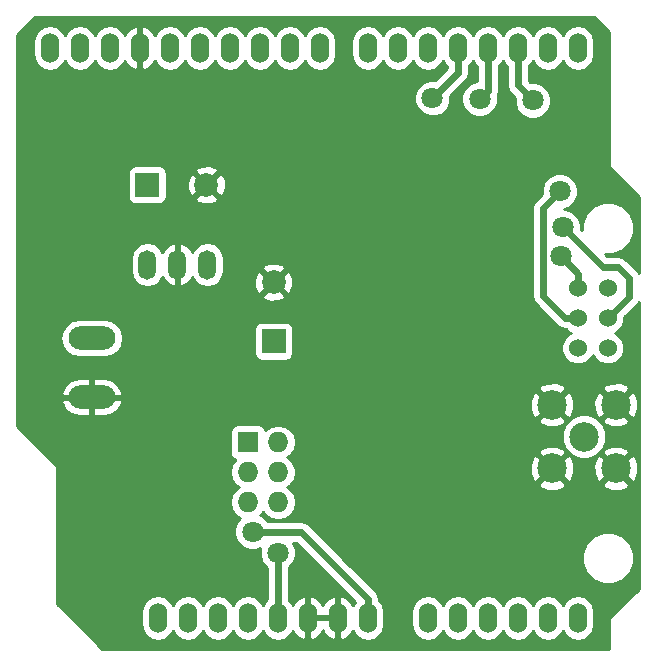
<source format=gtl>
G04 #@! TF.FileFunction,Copper,L1,Top,Signal*
%FSLAX46Y46*%
G04 Gerber Fmt 4.6, Leading zero omitted, Abs format (unit mm)*
G04 Created by KiCad (PCBNEW 4.0.2-4+6225~38~ubuntu15.10.1-stable) date vie 19 feb 2016 01:19:40 CLT*
%MOMM*%
G01*
G04 APERTURE LIST*
%ADD10C,0.150000*%
%ADD11O,1.524000X2.540000*%
%ADD12C,1.524000*%
%ADD13O,3.962400X1.981200*%
%ADD14C,2.500000*%
%ADD15O,1.501140X2.499360*%
%ADD16R,1.727200X1.727200*%
%ADD17O,1.727200X1.727200*%
%ADD18R,2.000000X2.000000*%
%ADD19C,2.000000*%
%ADD20C,1.800000*%
%ADD21C,0.600000*%
%ADD22C,0.254000*%
G04 APERTURE END LIST*
D10*
D11*
X82080100Y-82092800D03*
X79540100Y-82092800D03*
X77000100Y-82092800D03*
X69380100Y-82092800D03*
X71920100Y-82092800D03*
X74460100Y-82092800D03*
X64300100Y-82092800D03*
X61760100Y-82092800D03*
X59220100Y-82092800D03*
X54140100Y-82092800D03*
X51600100Y-82092800D03*
X82080100Y-33832800D03*
X79540100Y-33832800D03*
X77000100Y-33832800D03*
X74460100Y-33832800D03*
X71920100Y-33832800D03*
X69380100Y-33832800D03*
X66840100Y-33832800D03*
X64300100Y-33832800D03*
X60236100Y-33832800D03*
X57696100Y-33832800D03*
X55156100Y-33832800D03*
X52616100Y-33832800D03*
X50076100Y-33832800D03*
X47536100Y-33832800D03*
X44996100Y-33832800D03*
X42456100Y-33832800D03*
X56680100Y-82092800D03*
X39916100Y-33832800D03*
X37376100Y-33832800D03*
X49060100Y-82092800D03*
X46520100Y-82092800D03*
D12*
X82080100Y-54152800D03*
X84620100Y-54152800D03*
X82080100Y-56692800D03*
X84620100Y-56692800D03*
X82080100Y-59232800D03*
X84620100Y-59232800D03*
D13*
X40932100Y-63412500D03*
X40932100Y-58412500D03*
D14*
X85300800Y-69438500D03*
X85300800Y-64038500D03*
X79900800Y-69438500D03*
X79900800Y-64038500D03*
X82600800Y-66738500D03*
D15*
X48171100Y-52197000D03*
X45631100Y-52197000D03*
X50711100Y-52197000D03*
D16*
X54140100Y-67221100D03*
D17*
X56680100Y-67221100D03*
X54140100Y-69761100D03*
X56680100Y-69761100D03*
X54140100Y-72301100D03*
X56680100Y-72301100D03*
D18*
X45631100Y-45427900D03*
D19*
X50631100Y-45427900D03*
D18*
X56324500Y-58674000D03*
D19*
X56324500Y-53674000D03*
D20*
X78270100Y-38277800D03*
X69761100Y-38087300D03*
X80619600Y-51485800D03*
X80556100Y-45961300D03*
X80810100Y-49009300D03*
X73761600Y-38150800D03*
X54546500Y-74790300D03*
X56667400Y-76581000D03*
D21*
X77000100Y-37007800D02*
X77000100Y-33832800D01*
X78270100Y-38277800D02*
X77000100Y-37007800D01*
X71920100Y-35928300D02*
X71920100Y-33832800D01*
X69761100Y-38087300D02*
X71920100Y-35928300D01*
X82080100Y-52946300D02*
X82080100Y-54152800D01*
X80619600Y-51485800D02*
X82080100Y-52946300D01*
X81000600Y-56692800D02*
X82080100Y-56692800D01*
X79159100Y-54851300D02*
X81000600Y-56692800D01*
X79159100Y-47358300D02*
X79159100Y-54851300D01*
X80556100Y-45961300D02*
X79159100Y-47358300D01*
X86398100Y-54914800D02*
X84620100Y-56692800D01*
X86398100Y-53327300D02*
X86398100Y-54914800D01*
X85445600Y-52374800D02*
X86398100Y-53327300D01*
X84175600Y-52374800D02*
X85445600Y-52374800D01*
X80810100Y-49009300D02*
X84175600Y-52374800D01*
X84620100Y-56692800D02*
X84747100Y-56692800D01*
X74460100Y-37452300D02*
X74460100Y-33832800D01*
X73761600Y-38150800D02*
X74460100Y-37452300D01*
X64300100Y-80518000D02*
X64300100Y-82092800D01*
X58623200Y-74841100D02*
X64300100Y-80518000D01*
X54597300Y-74841100D02*
X58623200Y-74841100D01*
X54546500Y-74790300D02*
X54597300Y-74841100D01*
X56680100Y-76593700D02*
X56680100Y-82092800D01*
X56667400Y-76581000D02*
X56680100Y-76593700D01*
D22*
G36*
X84683600Y-32488406D02*
X84683600Y-43865800D01*
X84693606Y-43915210D01*
X84720797Y-43955603D01*
X87223600Y-46458406D01*
X87223600Y-52912130D01*
X87059245Y-52666155D01*
X86106745Y-51713655D01*
X85803409Y-51510973D01*
X85445600Y-51439800D01*
X84562890Y-51439800D01*
X84418214Y-51295124D01*
X85060243Y-51295685D01*
X85877400Y-50958042D01*
X86503145Y-50333389D01*
X86842213Y-49516822D01*
X86842985Y-48632657D01*
X86505342Y-47815500D01*
X85880689Y-47189755D01*
X85064122Y-46850687D01*
X84179957Y-46849915D01*
X83362800Y-47187558D01*
X82737055Y-47812211D01*
X82397987Y-48628778D01*
X82397423Y-49274333D01*
X82344915Y-49221825D01*
X82345365Y-48705309D01*
X82112168Y-48140929D01*
X81680743Y-47708749D01*
X81116770Y-47474567D01*
X80913758Y-47474390D01*
X81424471Y-47263368D01*
X81856651Y-46831943D01*
X82090833Y-46267970D01*
X82091365Y-45657309D01*
X81858168Y-45092929D01*
X81426743Y-44660749D01*
X80862770Y-44426567D01*
X80252109Y-44426035D01*
X79687729Y-44659232D01*
X79255549Y-45090657D01*
X79021367Y-45654630D01*
X79020914Y-46174196D01*
X78497955Y-46697155D01*
X78295273Y-47000491D01*
X78224100Y-47358300D01*
X78224100Y-54851300D01*
X78295273Y-55209109D01*
X78497955Y-55512445D01*
X80339455Y-57353945D01*
X80642791Y-57556627D01*
X81000600Y-57627800D01*
X81039535Y-57627800D01*
X81287730Y-57876429D01*
X81495612Y-57962749D01*
X81289797Y-58047790D01*
X80896471Y-58440430D01*
X80683343Y-58953700D01*
X80682858Y-59509461D01*
X80895090Y-60023103D01*
X81287730Y-60416429D01*
X81801000Y-60629557D01*
X82356761Y-60630042D01*
X82870403Y-60417810D01*
X83263729Y-60025170D01*
X83350049Y-59817288D01*
X83435090Y-60023103D01*
X83827730Y-60416429D01*
X84341000Y-60629557D01*
X84896761Y-60630042D01*
X85410403Y-60417810D01*
X85803729Y-60025170D01*
X86016857Y-59511900D01*
X86017342Y-58956139D01*
X85805110Y-58442497D01*
X85412470Y-58049171D01*
X85204588Y-57962851D01*
X85410403Y-57877810D01*
X85803729Y-57485170D01*
X86016857Y-56971900D01*
X86017166Y-56618024D01*
X87059245Y-55575945D01*
X87223600Y-55329970D01*
X87223600Y-79627194D01*
X84720797Y-82129997D01*
X84692934Y-82172011D01*
X84683600Y-82219800D01*
X84683600Y-84696300D01*
X41784806Y-84696300D01*
X38635985Y-81547479D01*
X45123100Y-81547479D01*
X45123100Y-82638121D01*
X45229440Y-83172730D01*
X45532272Y-83625949D01*
X45985491Y-83928781D01*
X46520100Y-84035121D01*
X47054709Y-83928781D01*
X47507928Y-83625949D01*
X47790100Y-83203650D01*
X48072272Y-83625949D01*
X48525491Y-83928781D01*
X49060100Y-84035121D01*
X49594709Y-83928781D01*
X50047928Y-83625949D01*
X50330100Y-83203650D01*
X50612272Y-83625949D01*
X51065491Y-83928781D01*
X51600100Y-84035121D01*
X52134709Y-83928781D01*
X52587928Y-83625949D01*
X52870100Y-83203650D01*
X53152272Y-83625949D01*
X53605491Y-83928781D01*
X54140100Y-84035121D01*
X54674709Y-83928781D01*
X55127928Y-83625949D01*
X55410100Y-83203650D01*
X55692272Y-83625949D01*
X56145491Y-83928781D01*
X56680100Y-84035121D01*
X57214709Y-83928781D01*
X57667928Y-83625949D01*
X57959430Y-83189687D01*
X57978041Y-83252741D01*
X58322074Y-83678430D01*
X58802823Y-83940060D01*
X58877030Y-83955020D01*
X59093100Y-83832520D01*
X59093100Y-82219800D01*
X59347100Y-82219800D01*
X59347100Y-83832520D01*
X59563170Y-83955020D01*
X59637377Y-83940060D01*
X60118126Y-83678430D01*
X60462159Y-83252741D01*
X60490100Y-83158077D01*
X60518041Y-83252741D01*
X60862074Y-83678430D01*
X61342823Y-83940060D01*
X61417030Y-83955020D01*
X61633100Y-83832520D01*
X61633100Y-82219800D01*
X59347100Y-82219800D01*
X59093100Y-82219800D01*
X59073100Y-82219800D01*
X59073100Y-81965800D01*
X59093100Y-81965800D01*
X59093100Y-80353080D01*
X59347100Y-80353080D01*
X59347100Y-81965800D01*
X61633100Y-81965800D01*
X61633100Y-80353080D01*
X61417030Y-80230580D01*
X61342823Y-80245540D01*
X60862074Y-80507170D01*
X60518041Y-80932859D01*
X60490100Y-81027523D01*
X60462159Y-80932859D01*
X60118126Y-80507170D01*
X59637377Y-80245540D01*
X59563170Y-80230580D01*
X59347100Y-80353080D01*
X59093100Y-80353080D01*
X58877030Y-80230580D01*
X58802823Y-80245540D01*
X58322074Y-80507170D01*
X57978041Y-80932859D01*
X57959430Y-80995913D01*
X57667928Y-80559651D01*
X57615100Y-80524352D01*
X57615100Y-77803878D01*
X57967951Y-77451643D01*
X58202133Y-76887670D01*
X58202665Y-76277009D01*
X57995694Y-75776100D01*
X58235910Y-75776100D01*
X63194988Y-80735178D01*
X63020770Y-80995913D01*
X63002159Y-80932859D01*
X62658126Y-80507170D01*
X62177377Y-80245540D01*
X62103170Y-80230580D01*
X61887100Y-80353080D01*
X61887100Y-81965800D01*
X61907100Y-81965800D01*
X61907100Y-82219800D01*
X61887100Y-82219800D01*
X61887100Y-83832520D01*
X62103170Y-83955020D01*
X62177377Y-83940060D01*
X62658126Y-83678430D01*
X63002159Y-83252741D01*
X63020770Y-83189687D01*
X63312272Y-83625949D01*
X63765491Y-83928781D01*
X64300100Y-84035121D01*
X64834709Y-83928781D01*
X65287928Y-83625949D01*
X65590760Y-83172730D01*
X65697100Y-82638121D01*
X65697100Y-81547479D01*
X67983100Y-81547479D01*
X67983100Y-82638121D01*
X68089440Y-83172730D01*
X68392272Y-83625949D01*
X68845491Y-83928781D01*
X69380100Y-84035121D01*
X69914709Y-83928781D01*
X70367928Y-83625949D01*
X70650100Y-83203650D01*
X70932272Y-83625949D01*
X71385491Y-83928781D01*
X71920100Y-84035121D01*
X72454709Y-83928781D01*
X72907928Y-83625949D01*
X73190100Y-83203650D01*
X73472272Y-83625949D01*
X73925491Y-83928781D01*
X74460100Y-84035121D01*
X74994709Y-83928781D01*
X75447928Y-83625949D01*
X75730100Y-83203650D01*
X76012272Y-83625949D01*
X76465491Y-83928781D01*
X77000100Y-84035121D01*
X77534709Y-83928781D01*
X77987928Y-83625949D01*
X78270100Y-83203650D01*
X78552272Y-83625949D01*
X79005491Y-83928781D01*
X79540100Y-84035121D01*
X80074709Y-83928781D01*
X80527928Y-83625949D01*
X80810100Y-83203650D01*
X81092272Y-83625949D01*
X81545491Y-83928781D01*
X82080100Y-84035121D01*
X82614709Y-83928781D01*
X83067928Y-83625949D01*
X83370760Y-83172730D01*
X83477100Y-82638121D01*
X83477100Y-81547479D01*
X83370760Y-81012870D01*
X83067928Y-80559651D01*
X82614709Y-80256819D01*
X82080100Y-80150479D01*
X81545491Y-80256819D01*
X81092272Y-80559651D01*
X80810100Y-80981950D01*
X80527928Y-80559651D01*
X80074709Y-80256819D01*
X79540100Y-80150479D01*
X79005491Y-80256819D01*
X78552272Y-80559651D01*
X78270100Y-80981950D01*
X77987928Y-80559651D01*
X77534709Y-80256819D01*
X77000100Y-80150479D01*
X76465491Y-80256819D01*
X76012272Y-80559651D01*
X75730100Y-80981950D01*
X75447928Y-80559651D01*
X74994709Y-80256819D01*
X74460100Y-80150479D01*
X73925491Y-80256819D01*
X73472272Y-80559651D01*
X73190100Y-80981950D01*
X72907928Y-80559651D01*
X72454709Y-80256819D01*
X71920100Y-80150479D01*
X71385491Y-80256819D01*
X70932272Y-80559651D01*
X70650100Y-80981950D01*
X70367928Y-80559651D01*
X69914709Y-80256819D01*
X69380100Y-80150479D01*
X68845491Y-80256819D01*
X68392272Y-80559651D01*
X68089440Y-81012870D01*
X67983100Y-81547479D01*
X65697100Y-81547479D01*
X65590760Y-81012870D01*
X65287928Y-80559651D01*
X65235100Y-80524352D01*
X65235100Y-80518000D01*
X65163927Y-80160191D01*
X64961245Y-79856855D01*
X62557333Y-77452943D01*
X82397215Y-77452943D01*
X82734858Y-78270100D01*
X83359511Y-78895845D01*
X84176078Y-79234913D01*
X85060243Y-79235685D01*
X85877400Y-78898042D01*
X86503145Y-78273389D01*
X86842213Y-77456822D01*
X86842985Y-76572657D01*
X86505342Y-75755500D01*
X85880689Y-75129755D01*
X85064122Y-74790687D01*
X84179957Y-74789915D01*
X83362800Y-75127558D01*
X82737055Y-75752211D01*
X82397987Y-76568778D01*
X82397215Y-77452943D01*
X62557333Y-77452943D01*
X59284345Y-74179955D01*
X58981009Y-73977273D01*
X58623200Y-73906100D01*
X55832767Y-73906100D01*
X55417143Y-73489749D01*
X55182140Y-73392167D01*
X55229129Y-73360770D01*
X55410100Y-73089928D01*
X55591071Y-73360770D01*
X56077252Y-73685626D01*
X56650741Y-73799700D01*
X56709459Y-73799700D01*
X57282948Y-73685626D01*
X57769129Y-73360770D01*
X58093985Y-72874589D01*
X58208059Y-72301100D01*
X58093985Y-71727611D01*
X57769129Y-71241430D01*
X57454348Y-71031100D01*
X57769129Y-70820770D01*
X57801836Y-70771820D01*
X78747085Y-70771820D01*
X78876333Y-71064623D01*
X79576606Y-71332888D01*
X80326235Y-71312750D01*
X80925267Y-71064623D01*
X81054515Y-70771820D01*
X84147085Y-70771820D01*
X84276333Y-71064623D01*
X84976606Y-71332888D01*
X85726235Y-71312750D01*
X86325267Y-71064623D01*
X86454515Y-70771820D01*
X85300800Y-69618105D01*
X84147085Y-70771820D01*
X81054515Y-70771820D01*
X79900800Y-69618105D01*
X78747085Y-70771820D01*
X57801836Y-70771820D01*
X58093985Y-70334589D01*
X58208059Y-69761100D01*
X58093985Y-69187611D01*
X58045005Y-69114306D01*
X78006412Y-69114306D01*
X78026550Y-69863935D01*
X78274677Y-70462967D01*
X78567480Y-70592215D01*
X79721195Y-69438500D01*
X80080405Y-69438500D01*
X81234120Y-70592215D01*
X81526923Y-70462967D01*
X81795188Y-69762694D01*
X81777770Y-69114306D01*
X83406412Y-69114306D01*
X83426550Y-69863935D01*
X83674677Y-70462967D01*
X83967480Y-70592215D01*
X85121195Y-69438500D01*
X85480405Y-69438500D01*
X86634120Y-70592215D01*
X86926923Y-70462967D01*
X87195188Y-69762694D01*
X87175050Y-69013065D01*
X86926923Y-68414033D01*
X86634120Y-68284785D01*
X85480405Y-69438500D01*
X85121195Y-69438500D01*
X83967480Y-68284785D01*
X83674677Y-68414033D01*
X83406412Y-69114306D01*
X81777770Y-69114306D01*
X81775050Y-69013065D01*
X81526923Y-68414033D01*
X81234120Y-68284785D01*
X80080405Y-69438500D01*
X79721195Y-69438500D01*
X78567480Y-68284785D01*
X78274677Y-68414033D01*
X78006412Y-69114306D01*
X58045005Y-69114306D01*
X57769129Y-68701430D01*
X57454348Y-68491100D01*
X57769129Y-68280770D01*
X57886454Y-68105180D01*
X78747085Y-68105180D01*
X79900800Y-69258895D01*
X81054515Y-68105180D01*
X80925267Y-67812377D01*
X80224994Y-67544112D01*
X79475365Y-67564250D01*
X78876333Y-67812377D01*
X78747085Y-68105180D01*
X57886454Y-68105180D01*
X58093985Y-67794589D01*
X58208059Y-67221100D01*
X58186319Y-67111805D01*
X80715474Y-67111805D01*
X81001843Y-67804872D01*
X81531639Y-68335593D01*
X82224205Y-68623172D01*
X82974105Y-68623826D01*
X83667172Y-68337457D01*
X83899854Y-68105180D01*
X84147085Y-68105180D01*
X85300800Y-69258895D01*
X86454515Y-68105180D01*
X86325267Y-67812377D01*
X85624994Y-67544112D01*
X84875365Y-67564250D01*
X84276333Y-67812377D01*
X84147085Y-68105180D01*
X83899854Y-68105180D01*
X84197893Y-67807661D01*
X84485472Y-67115095D01*
X84486126Y-66365195D01*
X84199757Y-65672128D01*
X83899973Y-65371820D01*
X84147085Y-65371820D01*
X84276333Y-65664623D01*
X84976606Y-65932888D01*
X85726235Y-65912750D01*
X86325267Y-65664623D01*
X86454515Y-65371820D01*
X85300800Y-64218105D01*
X84147085Y-65371820D01*
X83899973Y-65371820D01*
X83669961Y-65141407D01*
X82977395Y-64853828D01*
X82227495Y-64853174D01*
X81534428Y-65139543D01*
X81003707Y-65669339D01*
X80716128Y-66361905D01*
X80715474Y-67111805D01*
X58186319Y-67111805D01*
X58093985Y-66647611D01*
X57769129Y-66161430D01*
X57282948Y-65836574D01*
X56709459Y-65722500D01*
X56650741Y-65722500D01*
X56077252Y-65836574D01*
X55611658Y-66147674D01*
X55606862Y-66122183D01*
X55467790Y-65906059D01*
X55255590Y-65761069D01*
X55003700Y-65710060D01*
X53276500Y-65710060D01*
X53041183Y-65754338D01*
X52825059Y-65893410D01*
X52680069Y-66105610D01*
X52629060Y-66357500D01*
X52629060Y-68084700D01*
X52673338Y-68320017D01*
X52812410Y-68536141D01*
X53024610Y-68681131D01*
X53068231Y-68689964D01*
X53051071Y-68701430D01*
X52726215Y-69187611D01*
X52612141Y-69761100D01*
X52726215Y-70334589D01*
X53051071Y-70820770D01*
X53365852Y-71031100D01*
X53051071Y-71241430D01*
X52726215Y-71727611D01*
X52612141Y-72301100D01*
X52726215Y-72874589D01*
X53051071Y-73360770D01*
X53503189Y-73662866D01*
X53245949Y-73919657D01*
X53011767Y-74483630D01*
X53011235Y-75094291D01*
X53244432Y-75658671D01*
X53675857Y-76090851D01*
X54239830Y-76325033D01*
X54850491Y-76325565D01*
X55165427Y-76195436D01*
X55132667Y-76274330D01*
X55132135Y-76884991D01*
X55365332Y-77449371D01*
X55745100Y-77829804D01*
X55745100Y-80524352D01*
X55692272Y-80559651D01*
X55410100Y-80981950D01*
X55127928Y-80559651D01*
X54674709Y-80256819D01*
X54140100Y-80150479D01*
X53605491Y-80256819D01*
X53152272Y-80559651D01*
X52870100Y-80981950D01*
X52587928Y-80559651D01*
X52134709Y-80256819D01*
X51600100Y-80150479D01*
X51065491Y-80256819D01*
X50612272Y-80559651D01*
X50330100Y-80981950D01*
X50047928Y-80559651D01*
X49594709Y-80256819D01*
X49060100Y-80150479D01*
X48525491Y-80256819D01*
X48072272Y-80559651D01*
X47790100Y-80981950D01*
X47507928Y-80559651D01*
X47054709Y-80256819D01*
X46520100Y-80150479D01*
X45985491Y-80256819D01*
X45532272Y-80559651D01*
X45229440Y-81012870D01*
X45123100Y-81547479D01*
X38635985Y-81547479D01*
X38023800Y-80935294D01*
X38023800Y-69342000D01*
X38013794Y-69292590D01*
X37986603Y-69252197D01*
X37813152Y-69078746D01*
X37809668Y-69073532D01*
X34607500Y-65871364D01*
X34607500Y-65371820D01*
X78747085Y-65371820D01*
X78876333Y-65664623D01*
X79576606Y-65932888D01*
X80326235Y-65912750D01*
X80925267Y-65664623D01*
X81054515Y-65371820D01*
X79900800Y-64218105D01*
X78747085Y-65371820D01*
X34607500Y-65371820D01*
X34607500Y-63791459D01*
X38360689Y-63791459D01*
X38391040Y-63917257D01*
X38702224Y-64472170D01*
X39202077Y-64865758D01*
X39814500Y-65038100D01*
X40805100Y-65038100D01*
X40805100Y-63539500D01*
X41059100Y-63539500D01*
X41059100Y-65038100D01*
X42049700Y-65038100D01*
X42662123Y-64865758D01*
X43161976Y-64472170D01*
X43473160Y-63917257D01*
X43503511Y-63791459D01*
X43466929Y-63714306D01*
X78006412Y-63714306D01*
X78026550Y-64463935D01*
X78274677Y-65062967D01*
X78567480Y-65192215D01*
X79721195Y-64038500D01*
X80080405Y-64038500D01*
X81234120Y-65192215D01*
X81526923Y-65062967D01*
X81795188Y-64362694D01*
X81777770Y-63714306D01*
X83406412Y-63714306D01*
X83426550Y-64463935D01*
X83674677Y-65062967D01*
X83967480Y-65192215D01*
X85121195Y-64038500D01*
X85480405Y-64038500D01*
X86634120Y-65192215D01*
X86926923Y-65062967D01*
X87195188Y-64362694D01*
X87175050Y-63613065D01*
X86926923Y-63014033D01*
X86634120Y-62884785D01*
X85480405Y-64038500D01*
X85121195Y-64038500D01*
X83967480Y-62884785D01*
X83674677Y-63014033D01*
X83406412Y-63714306D01*
X81777770Y-63714306D01*
X81775050Y-63613065D01*
X81526923Y-63014033D01*
X81234120Y-62884785D01*
X80080405Y-64038500D01*
X79721195Y-64038500D01*
X78567480Y-62884785D01*
X78274677Y-63014033D01*
X78006412Y-63714306D01*
X43466929Y-63714306D01*
X43384042Y-63539500D01*
X41059100Y-63539500D01*
X40805100Y-63539500D01*
X38480158Y-63539500D01*
X38360689Y-63791459D01*
X34607500Y-63791459D01*
X34607500Y-63033541D01*
X38360689Y-63033541D01*
X38480158Y-63285500D01*
X40805100Y-63285500D01*
X40805100Y-61786900D01*
X41059100Y-61786900D01*
X41059100Y-63285500D01*
X43384042Y-63285500D01*
X43503511Y-63033541D01*
X43473160Y-62907743D01*
X43359567Y-62705180D01*
X78747085Y-62705180D01*
X79900800Y-63858895D01*
X81054515Y-62705180D01*
X84147085Y-62705180D01*
X85300800Y-63858895D01*
X86454515Y-62705180D01*
X86325267Y-62412377D01*
X85624994Y-62144112D01*
X84875365Y-62164250D01*
X84276333Y-62412377D01*
X84147085Y-62705180D01*
X81054515Y-62705180D01*
X80925267Y-62412377D01*
X80224994Y-62144112D01*
X79475365Y-62164250D01*
X78876333Y-62412377D01*
X78747085Y-62705180D01*
X43359567Y-62705180D01*
X43161976Y-62352830D01*
X42662123Y-61959242D01*
X42049700Y-61786900D01*
X41059100Y-61786900D01*
X40805100Y-61786900D01*
X39814500Y-61786900D01*
X39202077Y-61959242D01*
X38702224Y-62352830D01*
X38391040Y-62907743D01*
X38360689Y-63033541D01*
X34607500Y-63033541D01*
X34607500Y-58412500D01*
X38264646Y-58412500D01*
X38388387Y-59034590D01*
X38740773Y-59561973D01*
X39268156Y-59914359D01*
X39890246Y-60038100D01*
X41973954Y-60038100D01*
X42596044Y-59914359D01*
X43123427Y-59561973D01*
X43475813Y-59034590D01*
X43599554Y-58412500D01*
X43475813Y-57790410D01*
X43398031Y-57674000D01*
X54677060Y-57674000D01*
X54677060Y-59674000D01*
X54721338Y-59909317D01*
X54860410Y-60125441D01*
X55072610Y-60270431D01*
X55324500Y-60321440D01*
X57324500Y-60321440D01*
X57559817Y-60277162D01*
X57775941Y-60138090D01*
X57920931Y-59925890D01*
X57971940Y-59674000D01*
X57971940Y-57674000D01*
X57927662Y-57438683D01*
X57788590Y-57222559D01*
X57576390Y-57077569D01*
X57324500Y-57026560D01*
X55324500Y-57026560D01*
X55089183Y-57070838D01*
X54873059Y-57209910D01*
X54728069Y-57422110D01*
X54677060Y-57674000D01*
X43398031Y-57674000D01*
X43123427Y-57263027D01*
X42596044Y-56910641D01*
X41973954Y-56786900D01*
X39890246Y-56786900D01*
X39268156Y-56910641D01*
X38740773Y-57263027D01*
X38388387Y-57790410D01*
X38264646Y-58412500D01*
X34607500Y-58412500D01*
X34607500Y-54826532D01*
X55351573Y-54826532D01*
X55450236Y-55093387D01*
X56059961Y-55319908D01*
X56709960Y-55295856D01*
X57198764Y-55093387D01*
X57297427Y-54826532D01*
X56324500Y-53853605D01*
X55351573Y-54826532D01*
X34607500Y-54826532D01*
X34607500Y-51660967D01*
X44245530Y-51660967D01*
X44245530Y-52733033D01*
X44351000Y-53263268D01*
X44651354Y-53712779D01*
X45100865Y-54013133D01*
X45631100Y-54118603D01*
X46161335Y-54013133D01*
X46610846Y-53712779D01*
X46911200Y-53263268D01*
X46913050Y-53253968D01*
X46939601Y-53343677D01*
X47281156Y-53765658D01*
X47758197Y-54024810D01*
X47829825Y-54038993D01*
X48044100Y-53916339D01*
X48044100Y-52324000D01*
X48024100Y-52324000D01*
X48024100Y-52070000D01*
X48044100Y-52070000D01*
X48044100Y-50477661D01*
X48298100Y-50477661D01*
X48298100Y-52070000D01*
X48318100Y-52070000D01*
X48318100Y-52324000D01*
X48298100Y-52324000D01*
X48298100Y-53916339D01*
X48512375Y-54038993D01*
X48584003Y-54024810D01*
X49061044Y-53765658D01*
X49402599Y-53343677D01*
X49429150Y-53253968D01*
X49431000Y-53263268D01*
X49731354Y-53712779D01*
X50180865Y-54013133D01*
X50711100Y-54118603D01*
X51241335Y-54013133D01*
X51690846Y-53712779D01*
X51893516Y-53409461D01*
X54678592Y-53409461D01*
X54702644Y-54059460D01*
X54905113Y-54548264D01*
X55171968Y-54646927D01*
X56144895Y-53674000D01*
X56504105Y-53674000D01*
X57477032Y-54646927D01*
X57743887Y-54548264D01*
X57970408Y-53938539D01*
X57946356Y-53288540D01*
X57743887Y-52799736D01*
X57477032Y-52701073D01*
X56504105Y-53674000D01*
X56144895Y-53674000D01*
X55171968Y-52701073D01*
X54905113Y-52799736D01*
X54678592Y-53409461D01*
X51893516Y-53409461D01*
X51991200Y-53263268D01*
X52096670Y-52733033D01*
X52096670Y-52521468D01*
X55351573Y-52521468D01*
X56324500Y-53494395D01*
X57297427Y-52521468D01*
X57198764Y-52254613D01*
X56589039Y-52028092D01*
X55939040Y-52052144D01*
X55450236Y-52254613D01*
X55351573Y-52521468D01*
X52096670Y-52521468D01*
X52096670Y-51660967D01*
X51991200Y-51130732D01*
X51690846Y-50681221D01*
X51241335Y-50380867D01*
X50711100Y-50275397D01*
X50180865Y-50380867D01*
X49731354Y-50681221D01*
X49431000Y-51130732D01*
X49429150Y-51140032D01*
X49402599Y-51050323D01*
X49061044Y-50628342D01*
X48584003Y-50369190D01*
X48512375Y-50355007D01*
X48298100Y-50477661D01*
X48044100Y-50477661D01*
X47829825Y-50355007D01*
X47758197Y-50369190D01*
X47281156Y-50628342D01*
X46939601Y-51050323D01*
X46913050Y-51140032D01*
X46911200Y-51130732D01*
X46610846Y-50681221D01*
X46161335Y-50380867D01*
X45631100Y-50275397D01*
X45100865Y-50380867D01*
X44651354Y-50681221D01*
X44351000Y-51130732D01*
X44245530Y-51660967D01*
X34607500Y-51660967D01*
X34607500Y-44427900D01*
X43983660Y-44427900D01*
X43983660Y-46427900D01*
X44027938Y-46663217D01*
X44167010Y-46879341D01*
X44379210Y-47024331D01*
X44631100Y-47075340D01*
X46631100Y-47075340D01*
X46866417Y-47031062D01*
X47082541Y-46891990D01*
X47227531Y-46679790D01*
X47247651Y-46580432D01*
X49658173Y-46580432D01*
X49756836Y-46847287D01*
X50366561Y-47073808D01*
X51016560Y-47049756D01*
X51505364Y-46847287D01*
X51604027Y-46580432D01*
X50631100Y-45607505D01*
X49658173Y-46580432D01*
X47247651Y-46580432D01*
X47278540Y-46427900D01*
X47278540Y-45163361D01*
X48985192Y-45163361D01*
X49009244Y-45813360D01*
X49211713Y-46302164D01*
X49478568Y-46400827D01*
X50451495Y-45427900D01*
X50810705Y-45427900D01*
X51783632Y-46400827D01*
X52050487Y-46302164D01*
X52277008Y-45692439D01*
X52252956Y-45042440D01*
X52050487Y-44553636D01*
X51783632Y-44454973D01*
X50810705Y-45427900D01*
X50451495Y-45427900D01*
X49478568Y-44454973D01*
X49211713Y-44553636D01*
X48985192Y-45163361D01*
X47278540Y-45163361D01*
X47278540Y-44427900D01*
X47249840Y-44275368D01*
X49658173Y-44275368D01*
X50631100Y-45248295D01*
X51604027Y-44275368D01*
X51505364Y-44008513D01*
X50895639Y-43781992D01*
X50245640Y-43806044D01*
X49756836Y-44008513D01*
X49658173Y-44275368D01*
X47249840Y-44275368D01*
X47234262Y-44192583D01*
X47095190Y-43976459D01*
X46882990Y-43831469D01*
X46631100Y-43780460D01*
X44631100Y-43780460D01*
X44395783Y-43824738D01*
X44179659Y-43963810D01*
X44034669Y-44176010D01*
X43983660Y-44427900D01*
X34607500Y-44427900D01*
X34607500Y-33287479D01*
X35979100Y-33287479D01*
X35979100Y-34378121D01*
X36085440Y-34912730D01*
X36388272Y-35365949D01*
X36841491Y-35668781D01*
X37376100Y-35775121D01*
X37910709Y-35668781D01*
X38363928Y-35365949D01*
X38646100Y-34943650D01*
X38928272Y-35365949D01*
X39381491Y-35668781D01*
X39916100Y-35775121D01*
X40450709Y-35668781D01*
X40903928Y-35365949D01*
X41186100Y-34943650D01*
X41468272Y-35365949D01*
X41921491Y-35668781D01*
X42456100Y-35775121D01*
X42990709Y-35668781D01*
X43443928Y-35365949D01*
X43735430Y-34929687D01*
X43754041Y-34992741D01*
X44098074Y-35418430D01*
X44578823Y-35680060D01*
X44653030Y-35695020D01*
X44869100Y-35572520D01*
X44869100Y-33959800D01*
X44849100Y-33959800D01*
X44849100Y-33705800D01*
X44869100Y-33705800D01*
X44869100Y-32093080D01*
X45123100Y-32093080D01*
X45123100Y-33705800D01*
X45143100Y-33705800D01*
X45143100Y-33959800D01*
X45123100Y-33959800D01*
X45123100Y-35572520D01*
X45339170Y-35695020D01*
X45413377Y-35680060D01*
X45894126Y-35418430D01*
X46238159Y-34992741D01*
X46256770Y-34929687D01*
X46548272Y-35365949D01*
X47001491Y-35668781D01*
X47536100Y-35775121D01*
X48070709Y-35668781D01*
X48523928Y-35365949D01*
X48806100Y-34943650D01*
X49088272Y-35365949D01*
X49541491Y-35668781D01*
X50076100Y-35775121D01*
X50610709Y-35668781D01*
X51063928Y-35365949D01*
X51346100Y-34943650D01*
X51628272Y-35365949D01*
X52081491Y-35668781D01*
X52616100Y-35775121D01*
X53150709Y-35668781D01*
X53603928Y-35365949D01*
X53886100Y-34943650D01*
X54168272Y-35365949D01*
X54621491Y-35668781D01*
X55156100Y-35775121D01*
X55690709Y-35668781D01*
X56143928Y-35365949D01*
X56426100Y-34943650D01*
X56708272Y-35365949D01*
X57161491Y-35668781D01*
X57696100Y-35775121D01*
X58230709Y-35668781D01*
X58683928Y-35365949D01*
X58966100Y-34943650D01*
X59248272Y-35365949D01*
X59701491Y-35668781D01*
X60236100Y-35775121D01*
X60770709Y-35668781D01*
X61223928Y-35365949D01*
X61526760Y-34912730D01*
X61633100Y-34378121D01*
X61633100Y-33287479D01*
X62903100Y-33287479D01*
X62903100Y-34378121D01*
X63009440Y-34912730D01*
X63312272Y-35365949D01*
X63765491Y-35668781D01*
X64300100Y-35775121D01*
X64834709Y-35668781D01*
X65287928Y-35365949D01*
X65570100Y-34943650D01*
X65852272Y-35365949D01*
X66305491Y-35668781D01*
X66840100Y-35775121D01*
X67374709Y-35668781D01*
X67827928Y-35365949D01*
X68110100Y-34943650D01*
X68392272Y-35365949D01*
X68845491Y-35668781D01*
X69380100Y-35775121D01*
X69914709Y-35668781D01*
X70367928Y-35365949D01*
X70650100Y-34943650D01*
X70932272Y-35365949D01*
X70985100Y-35401248D01*
X70985100Y-35541010D01*
X69973625Y-36552485D01*
X69457109Y-36552035D01*
X68892729Y-36785232D01*
X68460549Y-37216657D01*
X68226367Y-37780630D01*
X68225835Y-38391291D01*
X68459032Y-38955671D01*
X68890457Y-39387851D01*
X69454430Y-39622033D01*
X70065091Y-39622565D01*
X70629471Y-39389368D01*
X71061651Y-38957943D01*
X71295833Y-38393970D01*
X71296286Y-37874404D01*
X72581245Y-36589445D01*
X72783927Y-36286109D01*
X72855100Y-35928300D01*
X72855100Y-35401248D01*
X72907928Y-35365949D01*
X73190100Y-34943650D01*
X73472272Y-35365949D01*
X73525100Y-35401248D01*
X73525100Y-36615594D01*
X73457609Y-36615535D01*
X72893229Y-36848732D01*
X72461049Y-37280157D01*
X72226867Y-37844130D01*
X72226335Y-38454791D01*
X72459532Y-39019171D01*
X72890957Y-39451351D01*
X73454930Y-39685533D01*
X74065591Y-39686065D01*
X74629971Y-39452868D01*
X75062151Y-39021443D01*
X75296333Y-38457470D01*
X75296862Y-37850615D01*
X75323927Y-37810109D01*
X75395100Y-37452300D01*
X75395100Y-35401248D01*
X75447928Y-35365949D01*
X75730100Y-34943650D01*
X76012272Y-35365949D01*
X76065100Y-35401248D01*
X76065100Y-37007800D01*
X76136273Y-37365609D01*
X76338955Y-37668945D01*
X76735285Y-38065275D01*
X76734835Y-38581791D01*
X76968032Y-39146171D01*
X77399457Y-39578351D01*
X77963430Y-39812533D01*
X78574091Y-39813065D01*
X79138471Y-39579868D01*
X79570651Y-39148443D01*
X79804833Y-38584470D01*
X79805365Y-37973809D01*
X79572168Y-37409429D01*
X79140743Y-36977249D01*
X78576770Y-36743067D01*
X78057204Y-36742614D01*
X77935100Y-36620510D01*
X77935100Y-35401248D01*
X77987928Y-35365949D01*
X78270100Y-34943650D01*
X78552272Y-35365949D01*
X79005491Y-35668781D01*
X79540100Y-35775121D01*
X80074709Y-35668781D01*
X80527928Y-35365949D01*
X80810100Y-34943650D01*
X81092272Y-35365949D01*
X81545491Y-35668781D01*
X82080100Y-35775121D01*
X82614709Y-35668781D01*
X83067928Y-35365949D01*
X83370760Y-34912730D01*
X83477100Y-34378121D01*
X83477100Y-33287479D01*
X83370760Y-32752870D01*
X83067928Y-32299651D01*
X82614709Y-31996819D01*
X82080100Y-31890479D01*
X81545491Y-31996819D01*
X81092272Y-32299651D01*
X80810100Y-32721950D01*
X80527928Y-32299651D01*
X80074709Y-31996819D01*
X79540100Y-31890479D01*
X79005491Y-31996819D01*
X78552272Y-32299651D01*
X78270100Y-32721950D01*
X77987928Y-32299651D01*
X77534709Y-31996819D01*
X77000100Y-31890479D01*
X76465491Y-31996819D01*
X76012272Y-32299651D01*
X75730100Y-32721950D01*
X75447928Y-32299651D01*
X74994709Y-31996819D01*
X74460100Y-31890479D01*
X73925491Y-31996819D01*
X73472272Y-32299651D01*
X73190100Y-32721950D01*
X72907928Y-32299651D01*
X72454709Y-31996819D01*
X71920100Y-31890479D01*
X71385491Y-31996819D01*
X70932272Y-32299651D01*
X70650100Y-32721950D01*
X70367928Y-32299651D01*
X69914709Y-31996819D01*
X69380100Y-31890479D01*
X68845491Y-31996819D01*
X68392272Y-32299651D01*
X68110100Y-32721950D01*
X67827928Y-32299651D01*
X67374709Y-31996819D01*
X66840100Y-31890479D01*
X66305491Y-31996819D01*
X65852272Y-32299651D01*
X65570100Y-32721950D01*
X65287928Y-32299651D01*
X64834709Y-31996819D01*
X64300100Y-31890479D01*
X63765491Y-31996819D01*
X63312272Y-32299651D01*
X63009440Y-32752870D01*
X62903100Y-33287479D01*
X61633100Y-33287479D01*
X61526760Y-32752870D01*
X61223928Y-32299651D01*
X60770709Y-31996819D01*
X60236100Y-31890479D01*
X59701491Y-31996819D01*
X59248272Y-32299651D01*
X58966100Y-32721950D01*
X58683928Y-32299651D01*
X58230709Y-31996819D01*
X57696100Y-31890479D01*
X57161491Y-31996819D01*
X56708272Y-32299651D01*
X56426100Y-32721950D01*
X56143928Y-32299651D01*
X55690709Y-31996819D01*
X55156100Y-31890479D01*
X54621491Y-31996819D01*
X54168272Y-32299651D01*
X53886100Y-32721950D01*
X53603928Y-32299651D01*
X53150709Y-31996819D01*
X52616100Y-31890479D01*
X52081491Y-31996819D01*
X51628272Y-32299651D01*
X51346100Y-32721950D01*
X51063928Y-32299651D01*
X50610709Y-31996819D01*
X50076100Y-31890479D01*
X49541491Y-31996819D01*
X49088272Y-32299651D01*
X48806100Y-32721950D01*
X48523928Y-32299651D01*
X48070709Y-31996819D01*
X47536100Y-31890479D01*
X47001491Y-31996819D01*
X46548272Y-32299651D01*
X46256770Y-32735913D01*
X46238159Y-32672859D01*
X45894126Y-32247170D01*
X45413377Y-31985540D01*
X45339170Y-31970580D01*
X45123100Y-32093080D01*
X44869100Y-32093080D01*
X44653030Y-31970580D01*
X44578823Y-31985540D01*
X44098074Y-32247170D01*
X43754041Y-32672859D01*
X43735430Y-32735913D01*
X43443928Y-32299651D01*
X42990709Y-31996819D01*
X42456100Y-31890479D01*
X41921491Y-31996819D01*
X41468272Y-32299651D01*
X41186100Y-32721950D01*
X40903928Y-32299651D01*
X40450709Y-31996819D01*
X39916100Y-31890479D01*
X39381491Y-31996819D01*
X38928272Y-32299651D01*
X38646100Y-32721950D01*
X38363928Y-32299651D01*
X37910709Y-31996819D01*
X37376100Y-31890479D01*
X36841491Y-31996819D01*
X36388272Y-32299651D01*
X36085440Y-32752870D01*
X35979100Y-33287479D01*
X34607500Y-33287479D01*
X34607500Y-32755106D01*
X36133306Y-31229300D01*
X83424494Y-31229300D01*
X84683600Y-32488406D01*
X84683600Y-32488406D01*
G37*
X84683600Y-32488406D02*
X84683600Y-43865800D01*
X84693606Y-43915210D01*
X84720797Y-43955603D01*
X87223600Y-46458406D01*
X87223600Y-52912130D01*
X87059245Y-52666155D01*
X86106745Y-51713655D01*
X85803409Y-51510973D01*
X85445600Y-51439800D01*
X84562890Y-51439800D01*
X84418214Y-51295124D01*
X85060243Y-51295685D01*
X85877400Y-50958042D01*
X86503145Y-50333389D01*
X86842213Y-49516822D01*
X86842985Y-48632657D01*
X86505342Y-47815500D01*
X85880689Y-47189755D01*
X85064122Y-46850687D01*
X84179957Y-46849915D01*
X83362800Y-47187558D01*
X82737055Y-47812211D01*
X82397987Y-48628778D01*
X82397423Y-49274333D01*
X82344915Y-49221825D01*
X82345365Y-48705309D01*
X82112168Y-48140929D01*
X81680743Y-47708749D01*
X81116770Y-47474567D01*
X80913758Y-47474390D01*
X81424471Y-47263368D01*
X81856651Y-46831943D01*
X82090833Y-46267970D01*
X82091365Y-45657309D01*
X81858168Y-45092929D01*
X81426743Y-44660749D01*
X80862770Y-44426567D01*
X80252109Y-44426035D01*
X79687729Y-44659232D01*
X79255549Y-45090657D01*
X79021367Y-45654630D01*
X79020914Y-46174196D01*
X78497955Y-46697155D01*
X78295273Y-47000491D01*
X78224100Y-47358300D01*
X78224100Y-54851300D01*
X78295273Y-55209109D01*
X78497955Y-55512445D01*
X80339455Y-57353945D01*
X80642791Y-57556627D01*
X81000600Y-57627800D01*
X81039535Y-57627800D01*
X81287730Y-57876429D01*
X81495612Y-57962749D01*
X81289797Y-58047790D01*
X80896471Y-58440430D01*
X80683343Y-58953700D01*
X80682858Y-59509461D01*
X80895090Y-60023103D01*
X81287730Y-60416429D01*
X81801000Y-60629557D01*
X82356761Y-60630042D01*
X82870403Y-60417810D01*
X83263729Y-60025170D01*
X83350049Y-59817288D01*
X83435090Y-60023103D01*
X83827730Y-60416429D01*
X84341000Y-60629557D01*
X84896761Y-60630042D01*
X85410403Y-60417810D01*
X85803729Y-60025170D01*
X86016857Y-59511900D01*
X86017342Y-58956139D01*
X85805110Y-58442497D01*
X85412470Y-58049171D01*
X85204588Y-57962851D01*
X85410403Y-57877810D01*
X85803729Y-57485170D01*
X86016857Y-56971900D01*
X86017166Y-56618024D01*
X87059245Y-55575945D01*
X87223600Y-55329970D01*
X87223600Y-79627194D01*
X84720797Y-82129997D01*
X84692934Y-82172011D01*
X84683600Y-82219800D01*
X84683600Y-84696300D01*
X41784806Y-84696300D01*
X38635985Y-81547479D01*
X45123100Y-81547479D01*
X45123100Y-82638121D01*
X45229440Y-83172730D01*
X45532272Y-83625949D01*
X45985491Y-83928781D01*
X46520100Y-84035121D01*
X47054709Y-83928781D01*
X47507928Y-83625949D01*
X47790100Y-83203650D01*
X48072272Y-83625949D01*
X48525491Y-83928781D01*
X49060100Y-84035121D01*
X49594709Y-83928781D01*
X50047928Y-83625949D01*
X50330100Y-83203650D01*
X50612272Y-83625949D01*
X51065491Y-83928781D01*
X51600100Y-84035121D01*
X52134709Y-83928781D01*
X52587928Y-83625949D01*
X52870100Y-83203650D01*
X53152272Y-83625949D01*
X53605491Y-83928781D01*
X54140100Y-84035121D01*
X54674709Y-83928781D01*
X55127928Y-83625949D01*
X55410100Y-83203650D01*
X55692272Y-83625949D01*
X56145491Y-83928781D01*
X56680100Y-84035121D01*
X57214709Y-83928781D01*
X57667928Y-83625949D01*
X57959430Y-83189687D01*
X57978041Y-83252741D01*
X58322074Y-83678430D01*
X58802823Y-83940060D01*
X58877030Y-83955020D01*
X59093100Y-83832520D01*
X59093100Y-82219800D01*
X59347100Y-82219800D01*
X59347100Y-83832520D01*
X59563170Y-83955020D01*
X59637377Y-83940060D01*
X60118126Y-83678430D01*
X60462159Y-83252741D01*
X60490100Y-83158077D01*
X60518041Y-83252741D01*
X60862074Y-83678430D01*
X61342823Y-83940060D01*
X61417030Y-83955020D01*
X61633100Y-83832520D01*
X61633100Y-82219800D01*
X59347100Y-82219800D01*
X59093100Y-82219800D01*
X59073100Y-82219800D01*
X59073100Y-81965800D01*
X59093100Y-81965800D01*
X59093100Y-80353080D01*
X59347100Y-80353080D01*
X59347100Y-81965800D01*
X61633100Y-81965800D01*
X61633100Y-80353080D01*
X61417030Y-80230580D01*
X61342823Y-80245540D01*
X60862074Y-80507170D01*
X60518041Y-80932859D01*
X60490100Y-81027523D01*
X60462159Y-80932859D01*
X60118126Y-80507170D01*
X59637377Y-80245540D01*
X59563170Y-80230580D01*
X59347100Y-80353080D01*
X59093100Y-80353080D01*
X58877030Y-80230580D01*
X58802823Y-80245540D01*
X58322074Y-80507170D01*
X57978041Y-80932859D01*
X57959430Y-80995913D01*
X57667928Y-80559651D01*
X57615100Y-80524352D01*
X57615100Y-77803878D01*
X57967951Y-77451643D01*
X58202133Y-76887670D01*
X58202665Y-76277009D01*
X57995694Y-75776100D01*
X58235910Y-75776100D01*
X63194988Y-80735178D01*
X63020770Y-80995913D01*
X63002159Y-80932859D01*
X62658126Y-80507170D01*
X62177377Y-80245540D01*
X62103170Y-80230580D01*
X61887100Y-80353080D01*
X61887100Y-81965800D01*
X61907100Y-81965800D01*
X61907100Y-82219800D01*
X61887100Y-82219800D01*
X61887100Y-83832520D01*
X62103170Y-83955020D01*
X62177377Y-83940060D01*
X62658126Y-83678430D01*
X63002159Y-83252741D01*
X63020770Y-83189687D01*
X63312272Y-83625949D01*
X63765491Y-83928781D01*
X64300100Y-84035121D01*
X64834709Y-83928781D01*
X65287928Y-83625949D01*
X65590760Y-83172730D01*
X65697100Y-82638121D01*
X65697100Y-81547479D01*
X67983100Y-81547479D01*
X67983100Y-82638121D01*
X68089440Y-83172730D01*
X68392272Y-83625949D01*
X68845491Y-83928781D01*
X69380100Y-84035121D01*
X69914709Y-83928781D01*
X70367928Y-83625949D01*
X70650100Y-83203650D01*
X70932272Y-83625949D01*
X71385491Y-83928781D01*
X71920100Y-84035121D01*
X72454709Y-83928781D01*
X72907928Y-83625949D01*
X73190100Y-83203650D01*
X73472272Y-83625949D01*
X73925491Y-83928781D01*
X74460100Y-84035121D01*
X74994709Y-83928781D01*
X75447928Y-83625949D01*
X75730100Y-83203650D01*
X76012272Y-83625949D01*
X76465491Y-83928781D01*
X77000100Y-84035121D01*
X77534709Y-83928781D01*
X77987928Y-83625949D01*
X78270100Y-83203650D01*
X78552272Y-83625949D01*
X79005491Y-83928781D01*
X79540100Y-84035121D01*
X80074709Y-83928781D01*
X80527928Y-83625949D01*
X80810100Y-83203650D01*
X81092272Y-83625949D01*
X81545491Y-83928781D01*
X82080100Y-84035121D01*
X82614709Y-83928781D01*
X83067928Y-83625949D01*
X83370760Y-83172730D01*
X83477100Y-82638121D01*
X83477100Y-81547479D01*
X83370760Y-81012870D01*
X83067928Y-80559651D01*
X82614709Y-80256819D01*
X82080100Y-80150479D01*
X81545491Y-80256819D01*
X81092272Y-80559651D01*
X80810100Y-80981950D01*
X80527928Y-80559651D01*
X80074709Y-80256819D01*
X79540100Y-80150479D01*
X79005491Y-80256819D01*
X78552272Y-80559651D01*
X78270100Y-80981950D01*
X77987928Y-80559651D01*
X77534709Y-80256819D01*
X77000100Y-80150479D01*
X76465491Y-80256819D01*
X76012272Y-80559651D01*
X75730100Y-80981950D01*
X75447928Y-80559651D01*
X74994709Y-80256819D01*
X74460100Y-80150479D01*
X73925491Y-80256819D01*
X73472272Y-80559651D01*
X73190100Y-80981950D01*
X72907928Y-80559651D01*
X72454709Y-80256819D01*
X71920100Y-80150479D01*
X71385491Y-80256819D01*
X70932272Y-80559651D01*
X70650100Y-80981950D01*
X70367928Y-80559651D01*
X69914709Y-80256819D01*
X69380100Y-80150479D01*
X68845491Y-80256819D01*
X68392272Y-80559651D01*
X68089440Y-81012870D01*
X67983100Y-81547479D01*
X65697100Y-81547479D01*
X65590760Y-81012870D01*
X65287928Y-80559651D01*
X65235100Y-80524352D01*
X65235100Y-80518000D01*
X65163927Y-80160191D01*
X64961245Y-79856855D01*
X62557333Y-77452943D01*
X82397215Y-77452943D01*
X82734858Y-78270100D01*
X83359511Y-78895845D01*
X84176078Y-79234913D01*
X85060243Y-79235685D01*
X85877400Y-78898042D01*
X86503145Y-78273389D01*
X86842213Y-77456822D01*
X86842985Y-76572657D01*
X86505342Y-75755500D01*
X85880689Y-75129755D01*
X85064122Y-74790687D01*
X84179957Y-74789915D01*
X83362800Y-75127558D01*
X82737055Y-75752211D01*
X82397987Y-76568778D01*
X82397215Y-77452943D01*
X62557333Y-77452943D01*
X59284345Y-74179955D01*
X58981009Y-73977273D01*
X58623200Y-73906100D01*
X55832767Y-73906100D01*
X55417143Y-73489749D01*
X55182140Y-73392167D01*
X55229129Y-73360770D01*
X55410100Y-73089928D01*
X55591071Y-73360770D01*
X56077252Y-73685626D01*
X56650741Y-73799700D01*
X56709459Y-73799700D01*
X57282948Y-73685626D01*
X57769129Y-73360770D01*
X58093985Y-72874589D01*
X58208059Y-72301100D01*
X58093985Y-71727611D01*
X57769129Y-71241430D01*
X57454348Y-71031100D01*
X57769129Y-70820770D01*
X57801836Y-70771820D01*
X78747085Y-70771820D01*
X78876333Y-71064623D01*
X79576606Y-71332888D01*
X80326235Y-71312750D01*
X80925267Y-71064623D01*
X81054515Y-70771820D01*
X84147085Y-70771820D01*
X84276333Y-71064623D01*
X84976606Y-71332888D01*
X85726235Y-71312750D01*
X86325267Y-71064623D01*
X86454515Y-70771820D01*
X85300800Y-69618105D01*
X84147085Y-70771820D01*
X81054515Y-70771820D01*
X79900800Y-69618105D01*
X78747085Y-70771820D01*
X57801836Y-70771820D01*
X58093985Y-70334589D01*
X58208059Y-69761100D01*
X58093985Y-69187611D01*
X58045005Y-69114306D01*
X78006412Y-69114306D01*
X78026550Y-69863935D01*
X78274677Y-70462967D01*
X78567480Y-70592215D01*
X79721195Y-69438500D01*
X80080405Y-69438500D01*
X81234120Y-70592215D01*
X81526923Y-70462967D01*
X81795188Y-69762694D01*
X81777770Y-69114306D01*
X83406412Y-69114306D01*
X83426550Y-69863935D01*
X83674677Y-70462967D01*
X83967480Y-70592215D01*
X85121195Y-69438500D01*
X85480405Y-69438500D01*
X86634120Y-70592215D01*
X86926923Y-70462967D01*
X87195188Y-69762694D01*
X87175050Y-69013065D01*
X86926923Y-68414033D01*
X86634120Y-68284785D01*
X85480405Y-69438500D01*
X85121195Y-69438500D01*
X83967480Y-68284785D01*
X83674677Y-68414033D01*
X83406412Y-69114306D01*
X81777770Y-69114306D01*
X81775050Y-69013065D01*
X81526923Y-68414033D01*
X81234120Y-68284785D01*
X80080405Y-69438500D01*
X79721195Y-69438500D01*
X78567480Y-68284785D01*
X78274677Y-68414033D01*
X78006412Y-69114306D01*
X58045005Y-69114306D01*
X57769129Y-68701430D01*
X57454348Y-68491100D01*
X57769129Y-68280770D01*
X57886454Y-68105180D01*
X78747085Y-68105180D01*
X79900800Y-69258895D01*
X81054515Y-68105180D01*
X80925267Y-67812377D01*
X80224994Y-67544112D01*
X79475365Y-67564250D01*
X78876333Y-67812377D01*
X78747085Y-68105180D01*
X57886454Y-68105180D01*
X58093985Y-67794589D01*
X58208059Y-67221100D01*
X58186319Y-67111805D01*
X80715474Y-67111805D01*
X81001843Y-67804872D01*
X81531639Y-68335593D01*
X82224205Y-68623172D01*
X82974105Y-68623826D01*
X83667172Y-68337457D01*
X83899854Y-68105180D01*
X84147085Y-68105180D01*
X85300800Y-69258895D01*
X86454515Y-68105180D01*
X86325267Y-67812377D01*
X85624994Y-67544112D01*
X84875365Y-67564250D01*
X84276333Y-67812377D01*
X84147085Y-68105180D01*
X83899854Y-68105180D01*
X84197893Y-67807661D01*
X84485472Y-67115095D01*
X84486126Y-66365195D01*
X84199757Y-65672128D01*
X83899973Y-65371820D01*
X84147085Y-65371820D01*
X84276333Y-65664623D01*
X84976606Y-65932888D01*
X85726235Y-65912750D01*
X86325267Y-65664623D01*
X86454515Y-65371820D01*
X85300800Y-64218105D01*
X84147085Y-65371820D01*
X83899973Y-65371820D01*
X83669961Y-65141407D01*
X82977395Y-64853828D01*
X82227495Y-64853174D01*
X81534428Y-65139543D01*
X81003707Y-65669339D01*
X80716128Y-66361905D01*
X80715474Y-67111805D01*
X58186319Y-67111805D01*
X58093985Y-66647611D01*
X57769129Y-66161430D01*
X57282948Y-65836574D01*
X56709459Y-65722500D01*
X56650741Y-65722500D01*
X56077252Y-65836574D01*
X55611658Y-66147674D01*
X55606862Y-66122183D01*
X55467790Y-65906059D01*
X55255590Y-65761069D01*
X55003700Y-65710060D01*
X53276500Y-65710060D01*
X53041183Y-65754338D01*
X52825059Y-65893410D01*
X52680069Y-66105610D01*
X52629060Y-66357500D01*
X52629060Y-68084700D01*
X52673338Y-68320017D01*
X52812410Y-68536141D01*
X53024610Y-68681131D01*
X53068231Y-68689964D01*
X53051071Y-68701430D01*
X52726215Y-69187611D01*
X52612141Y-69761100D01*
X52726215Y-70334589D01*
X53051071Y-70820770D01*
X53365852Y-71031100D01*
X53051071Y-71241430D01*
X52726215Y-71727611D01*
X52612141Y-72301100D01*
X52726215Y-72874589D01*
X53051071Y-73360770D01*
X53503189Y-73662866D01*
X53245949Y-73919657D01*
X53011767Y-74483630D01*
X53011235Y-75094291D01*
X53244432Y-75658671D01*
X53675857Y-76090851D01*
X54239830Y-76325033D01*
X54850491Y-76325565D01*
X55165427Y-76195436D01*
X55132667Y-76274330D01*
X55132135Y-76884991D01*
X55365332Y-77449371D01*
X55745100Y-77829804D01*
X55745100Y-80524352D01*
X55692272Y-80559651D01*
X55410100Y-80981950D01*
X55127928Y-80559651D01*
X54674709Y-80256819D01*
X54140100Y-80150479D01*
X53605491Y-80256819D01*
X53152272Y-80559651D01*
X52870100Y-80981950D01*
X52587928Y-80559651D01*
X52134709Y-80256819D01*
X51600100Y-80150479D01*
X51065491Y-80256819D01*
X50612272Y-80559651D01*
X50330100Y-80981950D01*
X50047928Y-80559651D01*
X49594709Y-80256819D01*
X49060100Y-80150479D01*
X48525491Y-80256819D01*
X48072272Y-80559651D01*
X47790100Y-80981950D01*
X47507928Y-80559651D01*
X47054709Y-80256819D01*
X46520100Y-80150479D01*
X45985491Y-80256819D01*
X45532272Y-80559651D01*
X45229440Y-81012870D01*
X45123100Y-81547479D01*
X38635985Y-81547479D01*
X38023800Y-80935294D01*
X38023800Y-69342000D01*
X38013794Y-69292590D01*
X37986603Y-69252197D01*
X37813152Y-69078746D01*
X37809668Y-69073532D01*
X34607500Y-65871364D01*
X34607500Y-65371820D01*
X78747085Y-65371820D01*
X78876333Y-65664623D01*
X79576606Y-65932888D01*
X80326235Y-65912750D01*
X80925267Y-65664623D01*
X81054515Y-65371820D01*
X79900800Y-64218105D01*
X78747085Y-65371820D01*
X34607500Y-65371820D01*
X34607500Y-63791459D01*
X38360689Y-63791459D01*
X38391040Y-63917257D01*
X38702224Y-64472170D01*
X39202077Y-64865758D01*
X39814500Y-65038100D01*
X40805100Y-65038100D01*
X40805100Y-63539500D01*
X41059100Y-63539500D01*
X41059100Y-65038100D01*
X42049700Y-65038100D01*
X42662123Y-64865758D01*
X43161976Y-64472170D01*
X43473160Y-63917257D01*
X43503511Y-63791459D01*
X43466929Y-63714306D01*
X78006412Y-63714306D01*
X78026550Y-64463935D01*
X78274677Y-65062967D01*
X78567480Y-65192215D01*
X79721195Y-64038500D01*
X80080405Y-64038500D01*
X81234120Y-65192215D01*
X81526923Y-65062967D01*
X81795188Y-64362694D01*
X81777770Y-63714306D01*
X83406412Y-63714306D01*
X83426550Y-64463935D01*
X83674677Y-65062967D01*
X83967480Y-65192215D01*
X85121195Y-64038500D01*
X85480405Y-64038500D01*
X86634120Y-65192215D01*
X86926923Y-65062967D01*
X87195188Y-64362694D01*
X87175050Y-63613065D01*
X86926923Y-63014033D01*
X86634120Y-62884785D01*
X85480405Y-64038500D01*
X85121195Y-64038500D01*
X83967480Y-62884785D01*
X83674677Y-63014033D01*
X83406412Y-63714306D01*
X81777770Y-63714306D01*
X81775050Y-63613065D01*
X81526923Y-63014033D01*
X81234120Y-62884785D01*
X80080405Y-64038500D01*
X79721195Y-64038500D01*
X78567480Y-62884785D01*
X78274677Y-63014033D01*
X78006412Y-63714306D01*
X43466929Y-63714306D01*
X43384042Y-63539500D01*
X41059100Y-63539500D01*
X40805100Y-63539500D01*
X38480158Y-63539500D01*
X38360689Y-63791459D01*
X34607500Y-63791459D01*
X34607500Y-63033541D01*
X38360689Y-63033541D01*
X38480158Y-63285500D01*
X40805100Y-63285500D01*
X40805100Y-61786900D01*
X41059100Y-61786900D01*
X41059100Y-63285500D01*
X43384042Y-63285500D01*
X43503511Y-63033541D01*
X43473160Y-62907743D01*
X43359567Y-62705180D01*
X78747085Y-62705180D01*
X79900800Y-63858895D01*
X81054515Y-62705180D01*
X84147085Y-62705180D01*
X85300800Y-63858895D01*
X86454515Y-62705180D01*
X86325267Y-62412377D01*
X85624994Y-62144112D01*
X84875365Y-62164250D01*
X84276333Y-62412377D01*
X84147085Y-62705180D01*
X81054515Y-62705180D01*
X80925267Y-62412377D01*
X80224994Y-62144112D01*
X79475365Y-62164250D01*
X78876333Y-62412377D01*
X78747085Y-62705180D01*
X43359567Y-62705180D01*
X43161976Y-62352830D01*
X42662123Y-61959242D01*
X42049700Y-61786900D01*
X41059100Y-61786900D01*
X40805100Y-61786900D01*
X39814500Y-61786900D01*
X39202077Y-61959242D01*
X38702224Y-62352830D01*
X38391040Y-62907743D01*
X38360689Y-63033541D01*
X34607500Y-63033541D01*
X34607500Y-58412500D01*
X38264646Y-58412500D01*
X38388387Y-59034590D01*
X38740773Y-59561973D01*
X39268156Y-59914359D01*
X39890246Y-60038100D01*
X41973954Y-60038100D01*
X42596044Y-59914359D01*
X43123427Y-59561973D01*
X43475813Y-59034590D01*
X43599554Y-58412500D01*
X43475813Y-57790410D01*
X43398031Y-57674000D01*
X54677060Y-57674000D01*
X54677060Y-59674000D01*
X54721338Y-59909317D01*
X54860410Y-60125441D01*
X55072610Y-60270431D01*
X55324500Y-60321440D01*
X57324500Y-60321440D01*
X57559817Y-60277162D01*
X57775941Y-60138090D01*
X57920931Y-59925890D01*
X57971940Y-59674000D01*
X57971940Y-57674000D01*
X57927662Y-57438683D01*
X57788590Y-57222559D01*
X57576390Y-57077569D01*
X57324500Y-57026560D01*
X55324500Y-57026560D01*
X55089183Y-57070838D01*
X54873059Y-57209910D01*
X54728069Y-57422110D01*
X54677060Y-57674000D01*
X43398031Y-57674000D01*
X43123427Y-57263027D01*
X42596044Y-56910641D01*
X41973954Y-56786900D01*
X39890246Y-56786900D01*
X39268156Y-56910641D01*
X38740773Y-57263027D01*
X38388387Y-57790410D01*
X38264646Y-58412500D01*
X34607500Y-58412500D01*
X34607500Y-54826532D01*
X55351573Y-54826532D01*
X55450236Y-55093387D01*
X56059961Y-55319908D01*
X56709960Y-55295856D01*
X57198764Y-55093387D01*
X57297427Y-54826532D01*
X56324500Y-53853605D01*
X55351573Y-54826532D01*
X34607500Y-54826532D01*
X34607500Y-51660967D01*
X44245530Y-51660967D01*
X44245530Y-52733033D01*
X44351000Y-53263268D01*
X44651354Y-53712779D01*
X45100865Y-54013133D01*
X45631100Y-54118603D01*
X46161335Y-54013133D01*
X46610846Y-53712779D01*
X46911200Y-53263268D01*
X46913050Y-53253968D01*
X46939601Y-53343677D01*
X47281156Y-53765658D01*
X47758197Y-54024810D01*
X47829825Y-54038993D01*
X48044100Y-53916339D01*
X48044100Y-52324000D01*
X48024100Y-52324000D01*
X48024100Y-52070000D01*
X48044100Y-52070000D01*
X48044100Y-50477661D01*
X48298100Y-50477661D01*
X48298100Y-52070000D01*
X48318100Y-52070000D01*
X48318100Y-52324000D01*
X48298100Y-52324000D01*
X48298100Y-53916339D01*
X48512375Y-54038993D01*
X48584003Y-54024810D01*
X49061044Y-53765658D01*
X49402599Y-53343677D01*
X49429150Y-53253968D01*
X49431000Y-53263268D01*
X49731354Y-53712779D01*
X50180865Y-54013133D01*
X50711100Y-54118603D01*
X51241335Y-54013133D01*
X51690846Y-53712779D01*
X51893516Y-53409461D01*
X54678592Y-53409461D01*
X54702644Y-54059460D01*
X54905113Y-54548264D01*
X55171968Y-54646927D01*
X56144895Y-53674000D01*
X56504105Y-53674000D01*
X57477032Y-54646927D01*
X57743887Y-54548264D01*
X57970408Y-53938539D01*
X57946356Y-53288540D01*
X57743887Y-52799736D01*
X57477032Y-52701073D01*
X56504105Y-53674000D01*
X56144895Y-53674000D01*
X55171968Y-52701073D01*
X54905113Y-52799736D01*
X54678592Y-53409461D01*
X51893516Y-53409461D01*
X51991200Y-53263268D01*
X52096670Y-52733033D01*
X52096670Y-52521468D01*
X55351573Y-52521468D01*
X56324500Y-53494395D01*
X57297427Y-52521468D01*
X57198764Y-52254613D01*
X56589039Y-52028092D01*
X55939040Y-52052144D01*
X55450236Y-52254613D01*
X55351573Y-52521468D01*
X52096670Y-52521468D01*
X52096670Y-51660967D01*
X51991200Y-51130732D01*
X51690846Y-50681221D01*
X51241335Y-50380867D01*
X50711100Y-50275397D01*
X50180865Y-50380867D01*
X49731354Y-50681221D01*
X49431000Y-51130732D01*
X49429150Y-51140032D01*
X49402599Y-51050323D01*
X49061044Y-50628342D01*
X48584003Y-50369190D01*
X48512375Y-50355007D01*
X48298100Y-50477661D01*
X48044100Y-50477661D01*
X47829825Y-50355007D01*
X47758197Y-50369190D01*
X47281156Y-50628342D01*
X46939601Y-51050323D01*
X46913050Y-51140032D01*
X46911200Y-51130732D01*
X46610846Y-50681221D01*
X46161335Y-50380867D01*
X45631100Y-50275397D01*
X45100865Y-50380867D01*
X44651354Y-50681221D01*
X44351000Y-51130732D01*
X44245530Y-51660967D01*
X34607500Y-51660967D01*
X34607500Y-44427900D01*
X43983660Y-44427900D01*
X43983660Y-46427900D01*
X44027938Y-46663217D01*
X44167010Y-46879341D01*
X44379210Y-47024331D01*
X44631100Y-47075340D01*
X46631100Y-47075340D01*
X46866417Y-47031062D01*
X47082541Y-46891990D01*
X47227531Y-46679790D01*
X47247651Y-46580432D01*
X49658173Y-46580432D01*
X49756836Y-46847287D01*
X50366561Y-47073808D01*
X51016560Y-47049756D01*
X51505364Y-46847287D01*
X51604027Y-46580432D01*
X50631100Y-45607505D01*
X49658173Y-46580432D01*
X47247651Y-46580432D01*
X47278540Y-46427900D01*
X47278540Y-45163361D01*
X48985192Y-45163361D01*
X49009244Y-45813360D01*
X49211713Y-46302164D01*
X49478568Y-46400827D01*
X50451495Y-45427900D01*
X50810705Y-45427900D01*
X51783632Y-46400827D01*
X52050487Y-46302164D01*
X52277008Y-45692439D01*
X52252956Y-45042440D01*
X52050487Y-44553636D01*
X51783632Y-44454973D01*
X50810705Y-45427900D01*
X50451495Y-45427900D01*
X49478568Y-44454973D01*
X49211713Y-44553636D01*
X48985192Y-45163361D01*
X47278540Y-45163361D01*
X47278540Y-44427900D01*
X47249840Y-44275368D01*
X49658173Y-44275368D01*
X50631100Y-45248295D01*
X51604027Y-44275368D01*
X51505364Y-44008513D01*
X50895639Y-43781992D01*
X50245640Y-43806044D01*
X49756836Y-44008513D01*
X49658173Y-44275368D01*
X47249840Y-44275368D01*
X47234262Y-44192583D01*
X47095190Y-43976459D01*
X46882990Y-43831469D01*
X46631100Y-43780460D01*
X44631100Y-43780460D01*
X44395783Y-43824738D01*
X44179659Y-43963810D01*
X44034669Y-44176010D01*
X43983660Y-44427900D01*
X34607500Y-44427900D01*
X34607500Y-33287479D01*
X35979100Y-33287479D01*
X35979100Y-34378121D01*
X36085440Y-34912730D01*
X36388272Y-35365949D01*
X36841491Y-35668781D01*
X37376100Y-35775121D01*
X37910709Y-35668781D01*
X38363928Y-35365949D01*
X38646100Y-34943650D01*
X38928272Y-35365949D01*
X39381491Y-35668781D01*
X39916100Y-35775121D01*
X40450709Y-35668781D01*
X40903928Y-35365949D01*
X41186100Y-34943650D01*
X41468272Y-35365949D01*
X41921491Y-35668781D01*
X42456100Y-35775121D01*
X42990709Y-35668781D01*
X43443928Y-35365949D01*
X43735430Y-34929687D01*
X43754041Y-34992741D01*
X44098074Y-35418430D01*
X44578823Y-35680060D01*
X44653030Y-35695020D01*
X44869100Y-35572520D01*
X44869100Y-33959800D01*
X44849100Y-33959800D01*
X44849100Y-33705800D01*
X44869100Y-33705800D01*
X44869100Y-32093080D01*
X45123100Y-32093080D01*
X45123100Y-33705800D01*
X45143100Y-33705800D01*
X45143100Y-33959800D01*
X45123100Y-33959800D01*
X45123100Y-35572520D01*
X45339170Y-35695020D01*
X45413377Y-35680060D01*
X45894126Y-35418430D01*
X46238159Y-34992741D01*
X46256770Y-34929687D01*
X46548272Y-35365949D01*
X47001491Y-35668781D01*
X47536100Y-35775121D01*
X48070709Y-35668781D01*
X48523928Y-35365949D01*
X48806100Y-34943650D01*
X49088272Y-35365949D01*
X49541491Y-35668781D01*
X50076100Y-35775121D01*
X50610709Y-35668781D01*
X51063928Y-35365949D01*
X51346100Y-34943650D01*
X51628272Y-35365949D01*
X52081491Y-35668781D01*
X52616100Y-35775121D01*
X53150709Y-35668781D01*
X53603928Y-35365949D01*
X53886100Y-34943650D01*
X54168272Y-35365949D01*
X54621491Y-35668781D01*
X55156100Y-35775121D01*
X55690709Y-35668781D01*
X56143928Y-35365949D01*
X56426100Y-34943650D01*
X56708272Y-35365949D01*
X57161491Y-35668781D01*
X57696100Y-35775121D01*
X58230709Y-35668781D01*
X58683928Y-35365949D01*
X58966100Y-34943650D01*
X59248272Y-35365949D01*
X59701491Y-35668781D01*
X60236100Y-35775121D01*
X60770709Y-35668781D01*
X61223928Y-35365949D01*
X61526760Y-34912730D01*
X61633100Y-34378121D01*
X61633100Y-33287479D01*
X62903100Y-33287479D01*
X62903100Y-34378121D01*
X63009440Y-34912730D01*
X63312272Y-35365949D01*
X63765491Y-35668781D01*
X64300100Y-35775121D01*
X64834709Y-35668781D01*
X65287928Y-35365949D01*
X65570100Y-34943650D01*
X65852272Y-35365949D01*
X66305491Y-35668781D01*
X66840100Y-35775121D01*
X67374709Y-35668781D01*
X67827928Y-35365949D01*
X68110100Y-34943650D01*
X68392272Y-35365949D01*
X68845491Y-35668781D01*
X69380100Y-35775121D01*
X69914709Y-35668781D01*
X70367928Y-35365949D01*
X70650100Y-34943650D01*
X70932272Y-35365949D01*
X70985100Y-35401248D01*
X70985100Y-35541010D01*
X69973625Y-36552485D01*
X69457109Y-36552035D01*
X68892729Y-36785232D01*
X68460549Y-37216657D01*
X68226367Y-37780630D01*
X68225835Y-38391291D01*
X68459032Y-38955671D01*
X68890457Y-39387851D01*
X69454430Y-39622033D01*
X70065091Y-39622565D01*
X70629471Y-39389368D01*
X71061651Y-38957943D01*
X71295833Y-38393970D01*
X71296286Y-37874404D01*
X72581245Y-36589445D01*
X72783927Y-36286109D01*
X72855100Y-35928300D01*
X72855100Y-35401248D01*
X72907928Y-35365949D01*
X73190100Y-34943650D01*
X73472272Y-35365949D01*
X73525100Y-35401248D01*
X73525100Y-36615594D01*
X73457609Y-36615535D01*
X72893229Y-36848732D01*
X72461049Y-37280157D01*
X72226867Y-37844130D01*
X72226335Y-38454791D01*
X72459532Y-39019171D01*
X72890957Y-39451351D01*
X73454930Y-39685533D01*
X74065591Y-39686065D01*
X74629971Y-39452868D01*
X75062151Y-39021443D01*
X75296333Y-38457470D01*
X75296862Y-37850615D01*
X75323927Y-37810109D01*
X75395100Y-37452300D01*
X75395100Y-35401248D01*
X75447928Y-35365949D01*
X75730100Y-34943650D01*
X76012272Y-35365949D01*
X76065100Y-35401248D01*
X76065100Y-37007800D01*
X76136273Y-37365609D01*
X76338955Y-37668945D01*
X76735285Y-38065275D01*
X76734835Y-38581791D01*
X76968032Y-39146171D01*
X77399457Y-39578351D01*
X77963430Y-39812533D01*
X78574091Y-39813065D01*
X79138471Y-39579868D01*
X79570651Y-39148443D01*
X79804833Y-38584470D01*
X79805365Y-37973809D01*
X79572168Y-37409429D01*
X79140743Y-36977249D01*
X78576770Y-36743067D01*
X78057204Y-36742614D01*
X77935100Y-36620510D01*
X77935100Y-35401248D01*
X77987928Y-35365949D01*
X78270100Y-34943650D01*
X78552272Y-35365949D01*
X79005491Y-35668781D01*
X79540100Y-35775121D01*
X80074709Y-35668781D01*
X80527928Y-35365949D01*
X80810100Y-34943650D01*
X81092272Y-35365949D01*
X81545491Y-35668781D01*
X82080100Y-35775121D01*
X82614709Y-35668781D01*
X83067928Y-35365949D01*
X83370760Y-34912730D01*
X83477100Y-34378121D01*
X83477100Y-33287479D01*
X83370760Y-32752870D01*
X83067928Y-32299651D01*
X82614709Y-31996819D01*
X82080100Y-31890479D01*
X81545491Y-31996819D01*
X81092272Y-32299651D01*
X80810100Y-32721950D01*
X80527928Y-32299651D01*
X80074709Y-31996819D01*
X79540100Y-31890479D01*
X79005491Y-31996819D01*
X78552272Y-32299651D01*
X78270100Y-32721950D01*
X77987928Y-32299651D01*
X77534709Y-31996819D01*
X77000100Y-31890479D01*
X76465491Y-31996819D01*
X76012272Y-32299651D01*
X75730100Y-32721950D01*
X75447928Y-32299651D01*
X74994709Y-31996819D01*
X74460100Y-31890479D01*
X73925491Y-31996819D01*
X73472272Y-32299651D01*
X73190100Y-32721950D01*
X72907928Y-32299651D01*
X72454709Y-31996819D01*
X71920100Y-31890479D01*
X71385491Y-31996819D01*
X70932272Y-32299651D01*
X70650100Y-32721950D01*
X70367928Y-32299651D01*
X69914709Y-31996819D01*
X69380100Y-31890479D01*
X68845491Y-31996819D01*
X68392272Y-32299651D01*
X68110100Y-32721950D01*
X67827928Y-32299651D01*
X67374709Y-31996819D01*
X66840100Y-31890479D01*
X66305491Y-31996819D01*
X65852272Y-32299651D01*
X65570100Y-32721950D01*
X65287928Y-32299651D01*
X64834709Y-31996819D01*
X64300100Y-31890479D01*
X63765491Y-31996819D01*
X63312272Y-32299651D01*
X63009440Y-32752870D01*
X62903100Y-33287479D01*
X61633100Y-33287479D01*
X61526760Y-32752870D01*
X61223928Y-32299651D01*
X60770709Y-31996819D01*
X60236100Y-31890479D01*
X59701491Y-31996819D01*
X59248272Y-32299651D01*
X58966100Y-32721950D01*
X58683928Y-32299651D01*
X58230709Y-31996819D01*
X57696100Y-31890479D01*
X57161491Y-31996819D01*
X56708272Y-32299651D01*
X56426100Y-32721950D01*
X56143928Y-32299651D01*
X55690709Y-31996819D01*
X55156100Y-31890479D01*
X54621491Y-31996819D01*
X54168272Y-32299651D01*
X53886100Y-32721950D01*
X53603928Y-32299651D01*
X53150709Y-31996819D01*
X52616100Y-31890479D01*
X52081491Y-31996819D01*
X51628272Y-32299651D01*
X51346100Y-32721950D01*
X51063928Y-32299651D01*
X50610709Y-31996819D01*
X50076100Y-31890479D01*
X49541491Y-31996819D01*
X49088272Y-32299651D01*
X48806100Y-32721950D01*
X48523928Y-32299651D01*
X48070709Y-31996819D01*
X47536100Y-31890479D01*
X47001491Y-31996819D01*
X46548272Y-32299651D01*
X46256770Y-32735913D01*
X46238159Y-32672859D01*
X45894126Y-32247170D01*
X45413377Y-31985540D01*
X45339170Y-31970580D01*
X45123100Y-32093080D01*
X44869100Y-32093080D01*
X44653030Y-31970580D01*
X44578823Y-31985540D01*
X44098074Y-32247170D01*
X43754041Y-32672859D01*
X43735430Y-32735913D01*
X43443928Y-32299651D01*
X42990709Y-31996819D01*
X42456100Y-31890479D01*
X41921491Y-31996819D01*
X41468272Y-32299651D01*
X41186100Y-32721950D01*
X40903928Y-32299651D01*
X40450709Y-31996819D01*
X39916100Y-31890479D01*
X39381491Y-31996819D01*
X38928272Y-32299651D01*
X38646100Y-32721950D01*
X38363928Y-32299651D01*
X37910709Y-31996819D01*
X37376100Y-31890479D01*
X36841491Y-31996819D01*
X36388272Y-32299651D01*
X36085440Y-32752870D01*
X35979100Y-33287479D01*
X34607500Y-33287479D01*
X34607500Y-32755106D01*
X36133306Y-31229300D01*
X83424494Y-31229300D01*
X84683600Y-32488406D01*
M02*

</source>
